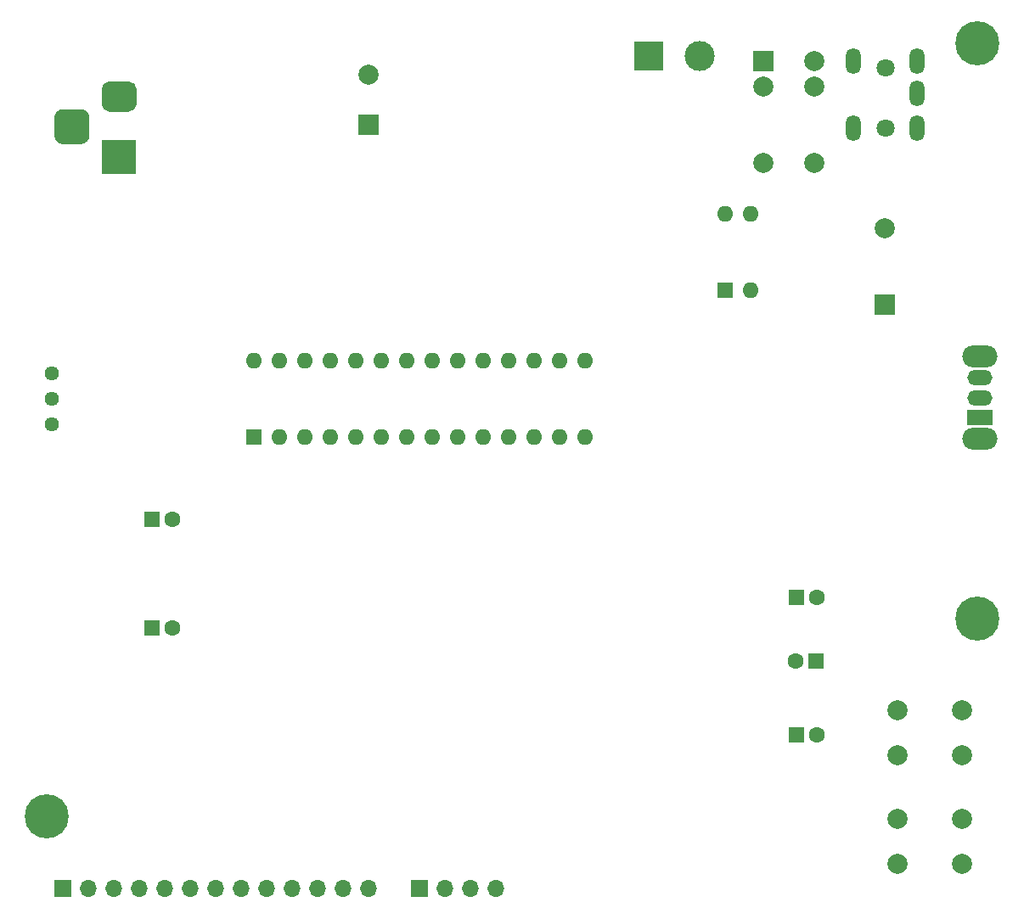
<source format=gbr>
%TF.GenerationSoftware,KiCad,Pcbnew,(5.1.6)-1*%
%TF.CreationDate,2021-01-03T13:05:20+07:00*%
%TF.ProjectId,morse_buffer_prod,6d6f7273-655f-4627-9566-6665725f7072,1*%
%TF.SameCoordinates,Original*%
%TF.FileFunction,Soldermask,Bot*%
%TF.FilePolarity,Negative*%
%FSLAX46Y46*%
G04 Gerber Fmt 4.6, Leading zero omitted, Abs format (unit mm)*
G04 Created by KiCad (PCBNEW (5.1.6)-1) date 2021-01-03 13:05:20*
%MOMM*%
%LPD*%
G01*
G04 APERTURE LIST*
%ADD10C,4.400000*%
%ADD11C,1.800000*%
%ADD12O,1.500000X2.600000*%
%ADD13O,1.600000X1.600000*%
%ADD14R,1.600000X1.600000*%
%ADD15O,3.500000X2.200000*%
%ADD16O,2.500000X1.500000*%
%ADD17R,2.500000X1.500000*%
%ADD18C,2.000000*%
%ADD19C,1.440000*%
%ADD20R,2.000000X2.000000*%
%ADD21R,3.500000X3.500000*%
%ADD22C,3.000000*%
%ADD23R,3.000000X3.000000*%
%ADD24O,1.700000X1.700000*%
%ADD25R,1.700000X1.700000*%
%ADD26C,1.600000*%
G04 APERTURE END LIST*
D10*
%TO.C,H3*%
X161036000Y-63627000D03*
%TD*%
%TO.C,H2*%
X161036000Y-121031000D03*
%TD*%
%TO.C,H1*%
X68199000Y-140716000D03*
%TD*%
D11*
%TO.C,J2*%
X151842000Y-72080000D03*
X151842000Y-66030000D03*
D12*
X148692000Y-72080000D03*
X148692000Y-65380000D03*
X154992000Y-72080000D03*
X154992000Y-68580000D03*
X154992000Y-65380000D03*
%TD*%
D13*
%TO.C,U21*%
X135890000Y-80645000D03*
X138430000Y-88265000D03*
X138430000Y-80645000D03*
D14*
X135890000Y-88265000D03*
%TD*%
D13*
%TO.C,U12*%
X88900000Y-95250000D03*
X121920000Y-102870000D03*
X91440000Y-95250000D03*
X119380000Y-102870000D03*
X93980000Y-95250000D03*
X116840000Y-102870000D03*
X96520000Y-95250000D03*
X114300000Y-102870000D03*
X99060000Y-95250000D03*
X111760000Y-102870000D03*
X101600000Y-95250000D03*
X109220000Y-102870000D03*
X104140000Y-95250000D03*
X106680000Y-102870000D03*
X106680000Y-95250000D03*
X104140000Y-102870000D03*
X109220000Y-95250000D03*
X101600000Y-102870000D03*
X111760000Y-95250000D03*
X99060000Y-102870000D03*
X114300000Y-95250000D03*
X96520000Y-102870000D03*
X116840000Y-95250000D03*
X93980000Y-102870000D03*
X119380000Y-95250000D03*
X91440000Y-102870000D03*
X121920000Y-95250000D03*
D14*
X88900000Y-102870000D03*
%TD*%
D15*
%TO.C,SW3*%
X161290000Y-94865000D03*
X161290000Y-103065000D03*
D16*
X161290000Y-96965000D03*
X161290000Y-98965000D03*
D17*
X161290000Y-100965000D03*
%TD*%
D18*
%TO.C,SW2*%
X159535000Y-140970000D03*
X159535000Y-145470000D03*
X153035000Y-140970000D03*
X153035000Y-145470000D03*
%TD*%
%TO.C,SW1*%
X159535000Y-130175000D03*
X159535000Y-134675000D03*
X153035000Y-130175000D03*
X153035000Y-134675000D03*
%TD*%
D19*
%TO.C,RV1*%
X68707000Y-101600000D03*
X68707000Y-99060000D03*
X68707000Y-96520000D03*
%TD*%
D18*
%TO.C,K1*%
X139700000Y-75565000D03*
X144780000Y-75565000D03*
X139700000Y-67945000D03*
D20*
X139700000Y-65405000D03*
D18*
X144780000Y-67945000D03*
X144780000Y-65405000D03*
%TD*%
%TO.C,J5*%
G36*
G01*
X69863000Y-70180000D02*
X71613000Y-70180000D01*
G75*
G02*
X72488000Y-71055000I0J-875000D01*
G01*
X72488000Y-72805000D01*
G75*
G02*
X71613000Y-73680000I-875000J0D01*
G01*
X69863000Y-73680000D01*
G75*
G02*
X68988000Y-72805000I0J875000D01*
G01*
X68988000Y-71055000D01*
G75*
G02*
X69863000Y-70180000I875000J0D01*
G01*
G37*
G36*
G01*
X74438000Y-67430000D02*
X76438000Y-67430000D01*
G75*
G02*
X77188000Y-68180000I0J-750000D01*
G01*
X77188000Y-69680000D01*
G75*
G02*
X76438000Y-70430000I-750000J0D01*
G01*
X74438000Y-70430000D01*
G75*
G02*
X73688000Y-69680000I0J750000D01*
G01*
X73688000Y-68180000D01*
G75*
G02*
X74438000Y-67430000I750000J0D01*
G01*
G37*
D21*
X75438000Y-74930000D03*
%TD*%
D22*
%TO.C,J4*%
X133350000Y-64897000D03*
D23*
X128270000Y-64897000D03*
%TD*%
D24*
%TO.C,J3*%
X113030000Y-147955000D03*
X110490000Y-147955000D03*
X107950000Y-147955000D03*
D25*
X105410000Y-147955000D03*
%TD*%
D24*
%TO.C,J1*%
X100330000Y-147955000D03*
X97790000Y-147955000D03*
X95250000Y-147955000D03*
X92710000Y-147955000D03*
X90170000Y-147955000D03*
X87630000Y-147955000D03*
X85090000Y-147955000D03*
X82550000Y-147955000D03*
X80010000Y-147955000D03*
X77470000Y-147955000D03*
X74930000Y-147955000D03*
X72390000Y-147955000D03*
D25*
X69850000Y-147955000D03*
%TD*%
D18*
%TO.C,C29*%
X100330000Y-66755000D03*
D20*
X100330000Y-71755000D03*
%TD*%
D26*
%TO.C,C27*%
X145002000Y-132588000D03*
D14*
X143002000Y-132588000D03*
%TD*%
D26*
%TO.C,C26*%
X142907000Y-125222000D03*
D14*
X144907000Y-125222000D03*
%TD*%
D26*
%TO.C,C25*%
X145002000Y-118872000D03*
D14*
X143002000Y-118872000D03*
%TD*%
D26*
%TO.C,C24*%
X80740000Y-111125000D03*
D14*
X78740000Y-111125000D03*
%TD*%
D26*
%TO.C,C22*%
X80740000Y-121920000D03*
D14*
X78740000Y-121920000D03*
%TD*%
D18*
%TO.C,BZ1*%
X151765000Y-82062000D03*
D20*
X151765000Y-89662000D03*
%TD*%
M02*

</source>
